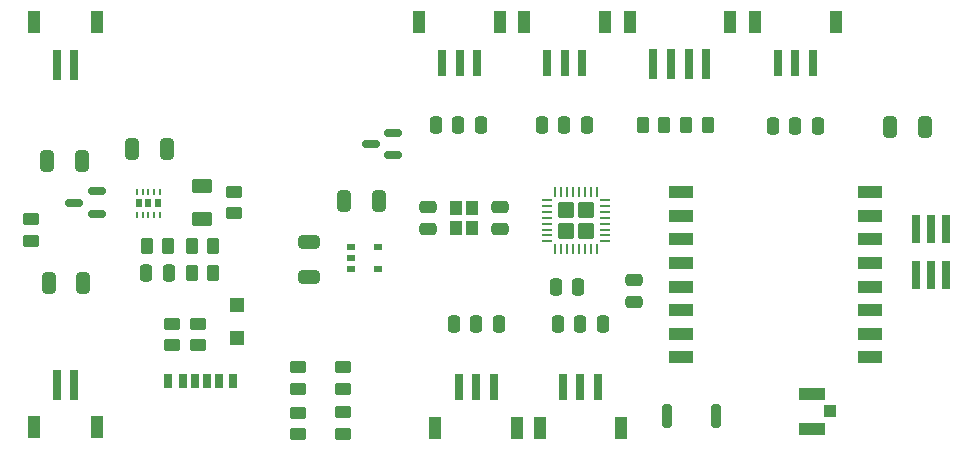
<source format=gbr>
%TF.GenerationSoftware,KiCad,Pcbnew,(6.0.6)*%
%TF.CreationDate,2022-06-29T12:08:49+02:00*%
%TF.ProjectId,LoRaMini,4c6f5261-4d69-46e6-992e-6b696361645f,rev?*%
%TF.SameCoordinates,Original*%
%TF.FileFunction,Paste,Top*%
%TF.FilePolarity,Positive*%
%FSLAX46Y46*%
G04 Gerber Fmt 4.6, Leading zero omitted, Abs format (unit mm)*
G04 Created by KiCad (PCBNEW (6.0.6)) date 2022-06-29 12:08:49*
%MOMM*%
%LPD*%
G01*
G04 APERTURE LIST*
G04 Aperture macros list*
%AMRoundRect*
0 Rectangle with rounded corners*
0 $1 Rounding radius*
0 $2 $3 $4 $5 $6 $7 $8 $9 X,Y pos of 4 corners*
0 Add a 4 corners polygon primitive as box body*
4,1,4,$2,$3,$4,$5,$6,$7,$8,$9,$2,$3,0*
0 Add four circle primitives for the rounded corners*
1,1,$1+$1,$2,$3*
1,1,$1+$1,$4,$5*
1,1,$1+$1,$6,$7*
1,1,$1+$1,$8,$9*
0 Add four rect primitives between the rounded corners*
20,1,$1+$1,$2,$3,$4,$5,0*
20,1,$1+$1,$4,$5,$6,$7,0*
20,1,$1+$1,$6,$7,$8,$9,0*
20,1,$1+$1,$8,$9,$2,$3,0*%
G04 Aperture macros list end*
%ADD10R,0.700000X2.300000*%
%ADD11R,1.100000X1.900000*%
%ADD12R,2.000000X1.000000*%
%ADD13R,0.700000X1.200000*%
%ADD14R,0.760000X1.200000*%
%ADD15R,0.800000X1.200000*%
%ADD16RoundRect,0.250000X-0.475000X0.250000X-0.475000X-0.250000X0.475000X-0.250000X0.475000X0.250000X0*%
%ADD17R,0.740000X2.400000*%
%ADD18RoundRect,0.250000X0.475000X-0.250000X0.475000X0.250000X-0.475000X0.250000X-0.475000X-0.250000X0*%
%ADD19R,0.700000X2.500000*%
%ADD20RoundRect,0.250000X-0.250000X-0.475000X0.250000X-0.475000X0.250000X0.475000X-0.250000X0.475000X0*%
%ADD21R,1.000000X1.150000*%
%ADD22R,0.700000X0.510000*%
%ADD23RoundRect,0.250000X0.262500X0.450000X-0.262500X0.450000X-0.262500X-0.450000X0.262500X-0.450000X0*%
%ADD24RoundRect,0.250000X0.325000X0.650000X-0.325000X0.650000X-0.325000X-0.650000X0.325000X-0.650000X0*%
%ADD25RoundRect,0.250000X0.450000X-0.262500X0.450000X0.262500X-0.450000X0.262500X-0.450000X-0.262500X0*%
%ADD26RoundRect,0.250000X-0.325000X-0.650000X0.325000X-0.650000X0.325000X0.650000X-0.325000X0.650000X0*%
%ADD27RoundRect,0.250000X-0.262500X-0.450000X0.262500X-0.450000X0.262500X0.450000X-0.262500X0.450000X0*%
%ADD28R,1.200000X1.200000*%
%ADD29RoundRect,0.250000X-0.625000X0.375000X-0.625000X-0.375000X0.625000X-0.375000X0.625000X0.375000X0*%
%ADD30RoundRect,0.250000X-0.450000X0.262500X-0.450000X-0.262500X0.450000X-0.262500X0.450000X0.262500X0*%
%ADD31RoundRect,0.250000X0.250000X0.475000X-0.250000X0.475000X-0.250000X-0.475000X0.250000X-0.475000X0*%
%ADD32RoundRect,0.250000X-0.650000X0.325000X-0.650000X-0.325000X0.650000X-0.325000X0.650000X0.325000X0*%
%ADD33RoundRect,0.150000X0.587500X0.150000X-0.587500X0.150000X-0.587500X-0.150000X0.587500X-0.150000X0*%
%ADD34R,1.050000X1.000000*%
%ADD35R,2.200000X1.050000*%
%ADD36RoundRect,0.200000X-0.200000X-0.800000X0.200000X-0.800000X0.200000X0.800000X-0.200000X0.800000X0*%
%ADD37R,0.610000X0.650000*%
%ADD38R,0.250000X0.500000*%
%ADD39RoundRect,0.250000X0.455000X-0.455000X0.455000X0.455000X-0.455000X0.455000X-0.455000X-0.455000X0*%
%ADD40RoundRect,0.062500X0.062500X-0.375000X0.062500X0.375000X-0.062500X0.375000X-0.062500X-0.375000X0*%
%ADD41RoundRect,0.062500X0.375000X-0.062500X0.375000X0.062500X-0.375000X0.062500X-0.375000X-0.062500X0*%
G04 APERTURE END LIST*
D10*
%TO.C,PA0*%
X146328700Y-134180862D03*
X147827300Y-134185940D03*
X149327300Y-134185940D03*
D11*
X144378700Y-137680860D03*
X151277300Y-137685940D03*
%TD*%
D12*
%TO.C,U4*%
X156338000Y-117714000D03*
X156338000Y-119714000D03*
X156338000Y-121714000D03*
X156338000Y-123714000D03*
X156338000Y-125714000D03*
X156338000Y-127714000D03*
X156338000Y-129714000D03*
X156338000Y-131714000D03*
X172338000Y-131714000D03*
X172338000Y-129714000D03*
X172338000Y-127714000D03*
X172338000Y-125714000D03*
X172338000Y-123714000D03*
X172338000Y-121714000D03*
X172338000Y-119714000D03*
X172338000Y-117714000D03*
%TD*%
D10*
%TO.C,PA15*%
X147980166Y-106814338D03*
X146481566Y-106809260D03*
X144981566Y-106809260D03*
D11*
X149930166Y-103314340D03*
X143031566Y-103309260D03*
%TD*%
D13*
%TO.C,J3*%
X115197000Y-133699000D03*
D14*
X117217000Y-133699000D03*
D15*
X118447000Y-133699000D03*
D13*
X116197000Y-133699000D03*
D14*
X114177000Y-133699000D03*
D15*
X112947000Y-133699000D03*
%TD*%
D16*
%TO.C,C33*%
X152400000Y-125161000D03*
X152400000Y-127061000D03*
%TD*%
D17*
%TO.C,DEBUG1*%
X178816000Y-120859000D03*
X177546000Y-120859000D03*
X176276000Y-120859000D03*
X178816000Y-124759000D03*
X177546000Y-124759000D03*
X176276000Y-124759000D03*
%TD*%
D18*
%TO.C,C35*%
X134936000Y-120852000D03*
X134936000Y-118952000D03*
%TD*%
D19*
%TO.C,VIN*%
X103485000Y-134044800D03*
X104985000Y-134044800D03*
D11*
X101535000Y-137644800D03*
X106935000Y-137644800D03*
%TD*%
D20*
%TO.C,JP3*%
X144556400Y-112014000D03*
X146456400Y-112014000D03*
X148356400Y-112014000D03*
%TD*%
D21*
%TO.C,Y1*%
X137284000Y-119027000D03*
X137284000Y-120777000D03*
X138684000Y-120777000D03*
X138684000Y-119027000D03*
%TD*%
D10*
%TO.C,PB8*%
X137502200Y-134180862D03*
X139000800Y-134185940D03*
X140500800Y-134185940D03*
D11*
X135552200Y-137680860D03*
X142450800Y-137685940D03*
%TD*%
D22*
%TO.C,U2*%
X128380000Y-122367000D03*
X128380000Y-123317000D03*
X128380000Y-124267000D03*
X130700000Y-124267000D03*
X130700000Y-122367000D03*
%TD*%
D20*
%TO.C,JP4*%
X135564800Y-112014000D03*
X137464800Y-112014000D03*
X139364800Y-112014000D03*
%TD*%
D23*
%TO.C,R12*%
X112926500Y-122301000D03*
X111101500Y-122301000D03*
%TD*%
D24*
%TO.C,C14*%
X105615000Y-115062000D03*
X102665000Y-115062000D03*
%TD*%
D25*
%TO.C,R14*%
X118491000Y-119530500D03*
X118491000Y-117705500D03*
%TD*%
D26*
%TO.C,C3*%
X109878600Y-114096800D03*
X112828600Y-114096800D03*
%TD*%
D27*
%TO.C,NTC1*%
X114911500Y-122301000D03*
X116736500Y-122301000D03*
%TD*%
D28*
%TO.C,D2*%
X118745000Y-127251000D03*
X118745000Y-130051000D03*
%TD*%
D20*
%TO.C,C31*%
X145760400Y-125780800D03*
X147660400Y-125780800D03*
%TD*%
D16*
%TO.C,C34*%
X141032000Y-118952000D03*
X141032000Y-120852000D03*
%TD*%
D29*
%TO.C,CHRG*%
X115824000Y-117218000D03*
X115824000Y-120018000D03*
%TD*%
D30*
%TO.C,R35*%
X127762000Y-132564500D03*
X127762000Y-134389500D03*
%TD*%
D24*
%TO.C,C2*%
X130761000Y-118491000D03*
X127811000Y-118491000D03*
%TD*%
D31*
%TO.C,JP5*%
X149728000Y-128930400D03*
X147828000Y-128930400D03*
X145928000Y-128930400D03*
%TD*%
D23*
%TO.C,R31*%
X158595700Y-112064800D03*
X156770700Y-112064800D03*
%TD*%
D25*
%TO.C,R2*%
X113284000Y-130706500D03*
X113284000Y-128881500D03*
%TD*%
D32*
%TO.C,C1*%
X124841000Y-121969000D03*
X124841000Y-124919000D03*
%TD*%
D25*
%TO.C,R11*%
X101346000Y-121840000D03*
X101346000Y-120015000D03*
%TD*%
D26*
%TO.C,C11*%
X102792000Y-125444000D03*
X105742000Y-125444000D03*
%TD*%
D27*
%TO.C,R32*%
X153113100Y-112064800D03*
X154938100Y-112064800D03*
%TD*%
%TO.C,R13*%
X114911500Y-124563000D03*
X116736500Y-124563000D03*
%TD*%
D33*
%TO.C,Q2*%
X131950700Y-114589600D03*
X131950700Y-112689600D03*
X130075700Y-113639600D03*
%TD*%
D10*
%TO.C,PA8*%
X167513700Y-106814338D03*
X166015100Y-106809260D03*
X164515100Y-106809260D03*
D11*
X169463700Y-103314340D03*
X162565100Y-103309260D03*
%TD*%
D26*
%TO.C,C41*%
X174039000Y-112217200D03*
X176989000Y-112217200D03*
%TD*%
D20*
%TO.C,JP1*%
X164114400Y-112115600D03*
X166014400Y-112115600D03*
X167914400Y-112115600D03*
%TD*%
D34*
%TO.C,ANT*%
X168944000Y-136271000D03*
D35*
X167419000Y-134796000D03*
X167419000Y-137746000D03*
%TD*%
D31*
%TO.C,JP2*%
X140901500Y-128930400D03*
X139001500Y-128930400D03*
X137101500Y-128930400D03*
%TD*%
D19*
%TO.C,BATT*%
X104985000Y-106937500D03*
X103485000Y-106937500D03*
D11*
X106935000Y-103337500D03*
X101535000Y-103337500D03*
%TD*%
D10*
%TO.C,PB3*%
X139099300Y-106814338D03*
X137600700Y-106809260D03*
X136100700Y-106809260D03*
D11*
X141049300Y-103314340D03*
X134150700Y-103309260D03*
%TD*%
D36*
%TO.C,RST*%
X155126000Y-136652000D03*
X159326000Y-136652000D03*
%TD*%
D37*
%TO.C,U1*%
X111252000Y-118684000D03*
X112052000Y-118684000D03*
X110452000Y-118684000D03*
D38*
X110252000Y-119634000D03*
X110752000Y-119634000D03*
X111252000Y-119634000D03*
X111752000Y-119634000D03*
X112252000Y-119634000D03*
X112252000Y-117734000D03*
X111752000Y-117734000D03*
X111252000Y-117734000D03*
X110752000Y-117734000D03*
X110252000Y-117734000D03*
%TD*%
D30*
%TO.C,R33*%
X123952000Y-132564500D03*
X123952000Y-134389500D03*
%TD*%
%TO.C,R34*%
X123952000Y-136393500D03*
X123952000Y-138218500D03*
%TD*%
D39*
%TO.C,U3*%
X146572000Y-121017000D03*
X146572000Y-119267000D03*
X148322000Y-121017000D03*
X148322000Y-119267000D03*
D40*
X145697000Y-122579500D03*
X146197000Y-122579500D03*
X146697000Y-122579500D03*
X147197000Y-122579500D03*
X147697000Y-122579500D03*
X148197000Y-122579500D03*
X148697000Y-122579500D03*
X149197000Y-122579500D03*
D41*
X149884500Y-121892000D03*
X149884500Y-121392000D03*
X149884500Y-120892000D03*
X149884500Y-120392000D03*
X149884500Y-119892000D03*
X149884500Y-119392000D03*
X149884500Y-118892000D03*
X149884500Y-118392000D03*
D40*
X149197000Y-117704500D03*
X148697000Y-117704500D03*
X148197000Y-117704500D03*
X147697000Y-117704500D03*
X147197000Y-117704500D03*
X146697000Y-117704500D03*
X146197000Y-117704500D03*
X145697000Y-117704500D03*
D41*
X145009500Y-118392000D03*
X145009500Y-118892000D03*
X145009500Y-119392000D03*
X145009500Y-119892000D03*
X145009500Y-120392000D03*
X145009500Y-120892000D03*
X145009500Y-121392000D03*
X145009500Y-121892000D03*
%TD*%
D20*
%TO.C,C13*%
X111064000Y-124587000D03*
X112964000Y-124587000D03*
%TD*%
D30*
%TO.C,R36*%
X127762000Y-136374500D03*
X127762000Y-138199500D03*
%TD*%
D25*
%TO.C,R1*%
X115443000Y-130706500D03*
X115443000Y-128881500D03*
%TD*%
D19*
%TO.C,I2C1*%
X158497632Y-106902000D03*
X156997632Y-106902000D03*
X155497632Y-106902000D03*
X153997632Y-106902000D03*
D11*
X160447632Y-103302000D03*
X152047632Y-103302000D03*
%TD*%
D33*
%TO.C,Q1*%
X106855500Y-119568000D03*
X106855500Y-117668000D03*
X104980500Y-118618000D03*
%TD*%
M02*

</source>
